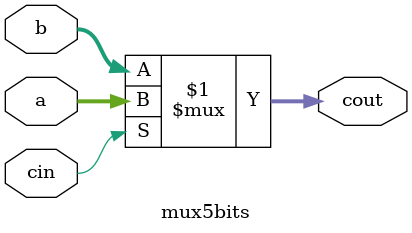
<source format=v>
module mux5bits(cout, a, b, cin);
	input[4:0] a;
	input[4:0] b;
	input cin;
	output[4:0] cout;
	
	assign cout = cin?a:b;
	
	
endmodule

</source>
